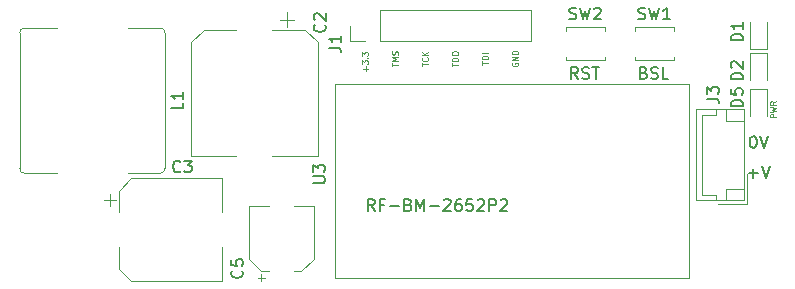
<source format=gbr>
G04 #@! TF.GenerationSoftware,KiCad,Pcbnew,(5.1.9)-1*
G04 #@! TF.CreationDate,2021-08-26T16:25:23+03:00*
G04 #@! TF.ProjectId,ZigbeeShild01,5a696762-6565-4536-9869-6c6430312e6b,rev?*
G04 #@! TF.SameCoordinates,Original*
G04 #@! TF.FileFunction,Legend,Top*
G04 #@! TF.FilePolarity,Positive*
%FSLAX46Y46*%
G04 Gerber Fmt 4.6, Leading zero omitted, Abs format (unit mm)*
G04 Created by KiCad (PCBNEW (5.1.9)-1) date 2021-08-26 16:25:23*
%MOMM*%
%LPD*%
G01*
G04 APERTURE LIST*
%ADD10C,0.150000*%
%ADD11C,0.125000*%
%ADD12C,0.120000*%
%ADD13C,0.100000*%
G04 APERTURE END LIST*
D10*
X43458476Y-47950380D02*
X43125142Y-47474190D01*
X42887047Y-47950380D02*
X42887047Y-46950380D01*
X43268000Y-46950380D01*
X43363238Y-46998000D01*
X43410857Y-47045619D01*
X43458476Y-47140857D01*
X43458476Y-47283714D01*
X43410857Y-47378952D01*
X43363238Y-47426571D01*
X43268000Y-47474190D01*
X42887047Y-47474190D01*
X44220380Y-47426571D02*
X43887047Y-47426571D01*
X43887047Y-47950380D02*
X43887047Y-46950380D01*
X44363238Y-46950380D01*
X44744190Y-47569428D02*
X45506095Y-47569428D01*
X46315619Y-47426571D02*
X46458476Y-47474190D01*
X46506095Y-47521809D01*
X46553714Y-47617047D01*
X46553714Y-47759904D01*
X46506095Y-47855142D01*
X46458476Y-47902761D01*
X46363238Y-47950380D01*
X45982285Y-47950380D01*
X45982285Y-46950380D01*
X46315619Y-46950380D01*
X46410857Y-46998000D01*
X46458476Y-47045619D01*
X46506095Y-47140857D01*
X46506095Y-47236095D01*
X46458476Y-47331333D01*
X46410857Y-47378952D01*
X46315619Y-47426571D01*
X45982285Y-47426571D01*
X46982285Y-47950380D02*
X46982285Y-46950380D01*
X47315619Y-47664666D01*
X47648952Y-46950380D01*
X47648952Y-47950380D01*
X48125142Y-47569428D02*
X48887047Y-47569428D01*
X49315619Y-47045619D02*
X49363238Y-46998000D01*
X49458476Y-46950380D01*
X49696571Y-46950380D01*
X49791809Y-46998000D01*
X49839428Y-47045619D01*
X49887047Y-47140857D01*
X49887047Y-47236095D01*
X49839428Y-47378952D01*
X49268000Y-47950380D01*
X49887047Y-47950380D01*
X50744190Y-46950380D02*
X50553714Y-46950380D01*
X50458476Y-46998000D01*
X50410857Y-47045619D01*
X50315619Y-47188476D01*
X50268000Y-47378952D01*
X50268000Y-47759904D01*
X50315619Y-47855142D01*
X50363238Y-47902761D01*
X50458476Y-47950380D01*
X50648952Y-47950380D01*
X50744190Y-47902761D01*
X50791809Y-47855142D01*
X50839428Y-47759904D01*
X50839428Y-47521809D01*
X50791809Y-47426571D01*
X50744190Y-47378952D01*
X50648952Y-47331333D01*
X50458476Y-47331333D01*
X50363238Y-47378952D01*
X50315619Y-47426571D01*
X50268000Y-47521809D01*
X51744190Y-46950380D02*
X51268000Y-46950380D01*
X51220380Y-47426571D01*
X51268000Y-47378952D01*
X51363238Y-47331333D01*
X51601333Y-47331333D01*
X51696571Y-47378952D01*
X51744190Y-47426571D01*
X51791809Y-47521809D01*
X51791809Y-47759904D01*
X51744190Y-47855142D01*
X51696571Y-47902761D01*
X51601333Y-47950380D01*
X51363238Y-47950380D01*
X51268000Y-47902761D01*
X51220380Y-47855142D01*
X52172761Y-47045619D02*
X52220380Y-46998000D01*
X52315619Y-46950380D01*
X52553714Y-46950380D01*
X52648952Y-46998000D01*
X52696571Y-47045619D01*
X52744190Y-47140857D01*
X52744190Y-47236095D01*
X52696571Y-47378952D01*
X52125142Y-47950380D01*
X52744190Y-47950380D01*
X53172761Y-47950380D02*
X53172761Y-46950380D01*
X53553714Y-46950380D01*
X53648952Y-46998000D01*
X53696571Y-47045619D01*
X53744190Y-47140857D01*
X53744190Y-47283714D01*
X53696571Y-47378952D01*
X53648952Y-47426571D01*
X53553714Y-47474190D01*
X53172761Y-47474190D01*
X54125142Y-47045619D02*
X54172761Y-46998000D01*
X54268000Y-46950380D01*
X54506095Y-46950380D01*
X54601333Y-46998000D01*
X54648952Y-47045619D01*
X54696571Y-47140857D01*
X54696571Y-47236095D01*
X54648952Y-47378952D01*
X54077523Y-47950380D01*
X54696571Y-47950380D01*
X75469809Y-41616380D02*
X75565047Y-41616380D01*
X75660285Y-41664000D01*
X75707904Y-41711619D01*
X75755523Y-41806857D01*
X75803142Y-41997333D01*
X75803142Y-42235428D01*
X75755523Y-42425904D01*
X75707904Y-42521142D01*
X75660285Y-42568761D01*
X75565047Y-42616380D01*
X75469809Y-42616380D01*
X75374571Y-42568761D01*
X75326952Y-42521142D01*
X75279333Y-42425904D01*
X75231714Y-42235428D01*
X75231714Y-41997333D01*
X75279333Y-41806857D01*
X75326952Y-41711619D01*
X75374571Y-41664000D01*
X75469809Y-41616380D01*
X76088857Y-41616380D02*
X76422190Y-42616380D01*
X76755523Y-41616380D01*
X75136476Y-44775428D02*
X75898380Y-44775428D01*
X75517428Y-45156380D02*
X75517428Y-44394476D01*
X76231714Y-44156380D02*
X76565047Y-45156380D01*
X76898380Y-44156380D01*
X66246476Y-36250571D02*
X66389333Y-36298190D01*
X66436952Y-36345809D01*
X66484571Y-36441047D01*
X66484571Y-36583904D01*
X66436952Y-36679142D01*
X66389333Y-36726761D01*
X66294095Y-36774380D01*
X65913142Y-36774380D01*
X65913142Y-35774380D01*
X66246476Y-35774380D01*
X66341714Y-35822000D01*
X66389333Y-35869619D01*
X66436952Y-35964857D01*
X66436952Y-36060095D01*
X66389333Y-36155333D01*
X66341714Y-36202952D01*
X66246476Y-36250571D01*
X65913142Y-36250571D01*
X66865523Y-36726761D02*
X67008380Y-36774380D01*
X67246476Y-36774380D01*
X67341714Y-36726761D01*
X67389333Y-36679142D01*
X67436952Y-36583904D01*
X67436952Y-36488666D01*
X67389333Y-36393428D01*
X67341714Y-36345809D01*
X67246476Y-36298190D01*
X67056000Y-36250571D01*
X66960761Y-36202952D01*
X66913142Y-36155333D01*
X66865523Y-36060095D01*
X66865523Y-35964857D01*
X66913142Y-35869619D01*
X66960761Y-35822000D01*
X67056000Y-35774380D01*
X67294095Y-35774380D01*
X67436952Y-35822000D01*
X68341714Y-36774380D02*
X67865523Y-36774380D01*
X67865523Y-35774380D01*
X60666380Y-36774380D02*
X60333047Y-36298190D01*
X60094952Y-36774380D02*
X60094952Y-35774380D01*
X60475904Y-35774380D01*
X60571142Y-35822000D01*
X60618761Y-35869619D01*
X60666380Y-35964857D01*
X60666380Y-36107714D01*
X60618761Y-36202952D01*
X60571142Y-36250571D01*
X60475904Y-36298190D01*
X60094952Y-36298190D01*
X61047333Y-36726761D02*
X61190190Y-36774380D01*
X61428285Y-36774380D01*
X61523523Y-36726761D01*
X61571142Y-36679142D01*
X61618761Y-36583904D01*
X61618761Y-36488666D01*
X61571142Y-36393428D01*
X61523523Y-36345809D01*
X61428285Y-36298190D01*
X61237809Y-36250571D01*
X61142571Y-36202952D01*
X61094952Y-36155333D01*
X61047333Y-36060095D01*
X61047333Y-35964857D01*
X61094952Y-35869619D01*
X61142571Y-35822000D01*
X61237809Y-35774380D01*
X61475904Y-35774380D01*
X61618761Y-35822000D01*
X61904476Y-35774380D02*
X62475904Y-35774380D01*
X62190190Y-36774380D02*
X62190190Y-35774380D01*
D11*
X77442190Y-40036666D02*
X76942190Y-40036666D01*
X76942190Y-39846190D01*
X76966000Y-39798571D01*
X76989809Y-39774761D01*
X77037428Y-39750952D01*
X77108857Y-39750952D01*
X77156476Y-39774761D01*
X77180285Y-39798571D01*
X77204095Y-39846190D01*
X77204095Y-40036666D01*
X76942190Y-39584285D02*
X77442190Y-39465238D01*
X77085047Y-39370000D01*
X77442190Y-39274761D01*
X76942190Y-39155714D01*
X77442190Y-38679523D02*
X77204095Y-38846190D01*
X77442190Y-38965238D02*
X76942190Y-38965238D01*
X76942190Y-38774761D01*
X76966000Y-38727142D01*
X76989809Y-38703333D01*
X77037428Y-38679523D01*
X77108857Y-38679523D01*
X77156476Y-38703333D01*
X77180285Y-38727142D01*
X77204095Y-38774761D01*
X77204095Y-38965238D01*
X55122000Y-35432952D02*
X55098190Y-35480571D01*
X55098190Y-35552000D01*
X55122000Y-35623428D01*
X55169619Y-35671047D01*
X55217238Y-35694857D01*
X55312476Y-35718666D01*
X55383904Y-35718666D01*
X55479142Y-35694857D01*
X55526761Y-35671047D01*
X55574380Y-35623428D01*
X55598190Y-35552000D01*
X55598190Y-35504380D01*
X55574380Y-35432952D01*
X55550571Y-35409142D01*
X55383904Y-35409142D01*
X55383904Y-35504380D01*
X55598190Y-35194857D02*
X55098190Y-35194857D01*
X55598190Y-34909142D01*
X55098190Y-34909142D01*
X55598190Y-34671047D02*
X55098190Y-34671047D01*
X55098190Y-34552000D01*
X55122000Y-34480571D01*
X55169619Y-34432952D01*
X55217238Y-34409142D01*
X55312476Y-34385333D01*
X55383904Y-34385333D01*
X55479142Y-34409142D01*
X55526761Y-34432952D01*
X55574380Y-34480571D01*
X55598190Y-34552000D01*
X55598190Y-34671047D01*
X52558190Y-35563904D02*
X52558190Y-35278190D01*
X53058190Y-35421047D02*
X52558190Y-35421047D01*
X53058190Y-35111523D02*
X52558190Y-35111523D01*
X52558190Y-34992476D01*
X52582000Y-34921047D01*
X52629619Y-34873428D01*
X52677238Y-34849619D01*
X52772476Y-34825809D01*
X52843904Y-34825809D01*
X52939142Y-34849619D01*
X52986761Y-34873428D01*
X53034380Y-34921047D01*
X53058190Y-34992476D01*
X53058190Y-35111523D01*
X53058190Y-34611523D02*
X52558190Y-34611523D01*
X50018190Y-35706761D02*
X50018190Y-35421047D01*
X50518190Y-35563904D02*
X50018190Y-35563904D01*
X50518190Y-35254380D02*
X50018190Y-35254380D01*
X50018190Y-35135333D01*
X50042000Y-35063904D01*
X50089619Y-35016285D01*
X50137238Y-34992476D01*
X50232476Y-34968666D01*
X50303904Y-34968666D01*
X50399142Y-34992476D01*
X50446761Y-35016285D01*
X50494380Y-35063904D01*
X50518190Y-35135333D01*
X50518190Y-35254380D01*
X50018190Y-34659142D02*
X50018190Y-34563904D01*
X50042000Y-34516285D01*
X50089619Y-34468666D01*
X50184857Y-34444857D01*
X50351523Y-34444857D01*
X50446761Y-34468666D01*
X50494380Y-34516285D01*
X50518190Y-34563904D01*
X50518190Y-34659142D01*
X50494380Y-34706761D01*
X50446761Y-34754380D01*
X50351523Y-34778190D01*
X50184857Y-34778190D01*
X50089619Y-34754380D01*
X50042000Y-34706761D01*
X50018190Y-34659142D01*
X47478190Y-35694857D02*
X47478190Y-35409142D01*
X47978190Y-35552000D02*
X47478190Y-35552000D01*
X47930571Y-34956761D02*
X47954380Y-34980571D01*
X47978190Y-35052000D01*
X47978190Y-35099619D01*
X47954380Y-35171047D01*
X47906761Y-35218666D01*
X47859142Y-35242476D01*
X47763904Y-35266285D01*
X47692476Y-35266285D01*
X47597238Y-35242476D01*
X47549619Y-35218666D01*
X47502000Y-35171047D01*
X47478190Y-35099619D01*
X47478190Y-35052000D01*
X47502000Y-34980571D01*
X47525809Y-34956761D01*
X47978190Y-34742476D02*
X47478190Y-34742476D01*
X47978190Y-34456761D02*
X47692476Y-34671047D01*
X47478190Y-34456761D02*
X47763904Y-34742476D01*
X44938190Y-35718666D02*
X44938190Y-35432952D01*
X45438190Y-35575809D02*
X44938190Y-35575809D01*
X45438190Y-35266285D02*
X44938190Y-35266285D01*
X45295333Y-35099619D01*
X44938190Y-34932952D01*
X45438190Y-34932952D01*
X45414380Y-34718666D02*
X45438190Y-34647238D01*
X45438190Y-34528190D01*
X45414380Y-34480571D01*
X45390571Y-34456761D01*
X45342952Y-34432952D01*
X45295333Y-34432952D01*
X45247714Y-34456761D01*
X45223904Y-34480571D01*
X45200095Y-34528190D01*
X45176285Y-34623428D01*
X45152476Y-34671047D01*
X45128666Y-34694857D01*
X45081047Y-34718666D01*
X45033428Y-34718666D01*
X44985809Y-34694857D01*
X44962000Y-34671047D01*
X44938190Y-34623428D01*
X44938190Y-34504380D01*
X44962000Y-34432952D01*
X42707714Y-36091714D02*
X42707714Y-35710761D01*
X42898190Y-35901238D02*
X42517238Y-35901238D01*
X42398190Y-35520285D02*
X42398190Y-35210761D01*
X42588666Y-35377428D01*
X42588666Y-35306000D01*
X42612476Y-35258380D01*
X42636285Y-35234571D01*
X42683904Y-35210761D01*
X42802952Y-35210761D01*
X42850571Y-35234571D01*
X42874380Y-35258380D01*
X42898190Y-35306000D01*
X42898190Y-35448857D01*
X42874380Y-35496476D01*
X42850571Y-35520285D01*
X42850571Y-34996476D02*
X42874380Y-34972666D01*
X42898190Y-34996476D01*
X42874380Y-35020285D01*
X42850571Y-34996476D01*
X42898190Y-34996476D01*
X42398190Y-34806000D02*
X42398190Y-34496476D01*
X42588666Y-34663142D01*
X42588666Y-34591714D01*
X42612476Y-34544095D01*
X42636285Y-34520285D01*
X42683904Y-34496476D01*
X42802952Y-34496476D01*
X42850571Y-34520285D01*
X42874380Y-34544095D01*
X42898190Y-34591714D01*
X42898190Y-34734571D01*
X42874380Y-34782190D01*
X42850571Y-34806000D01*
D12*
X75211000Y-37656500D02*
X75211000Y-39941500D01*
X76681000Y-37656500D02*
X75211000Y-37656500D01*
X76681000Y-39941500D02*
X76681000Y-37656500D01*
X41342000Y-33588000D02*
X41342000Y-32258000D01*
X42672000Y-33588000D02*
X41342000Y-33588000D01*
X43942000Y-33588000D02*
X43942000Y-30928000D01*
X43942000Y-30928000D02*
X56702000Y-30928000D01*
X43942000Y-33588000D02*
X56702000Y-33588000D01*
X56702000Y-33588000D02*
X56702000Y-30928000D01*
X62942000Y-32382000D02*
X62942000Y-32682000D01*
X59642000Y-32382000D02*
X62942000Y-32382000D01*
X59642000Y-32682000D02*
X59642000Y-32382000D01*
X62942000Y-35182000D02*
X62942000Y-34882000D01*
X59642000Y-35182000D02*
X62942000Y-35182000D01*
X59642000Y-34882000D02*
X59642000Y-35182000D01*
X68784000Y-32382000D02*
X68784000Y-32682000D01*
X65484000Y-32382000D02*
X68784000Y-32382000D01*
X65484000Y-32682000D02*
X65484000Y-32382000D01*
X68784000Y-35182000D02*
X68784000Y-34882000D01*
X65484000Y-35182000D02*
X68784000Y-35182000D01*
X65484000Y-34882000D02*
X65484000Y-35182000D01*
X75211000Y-34557500D02*
X75211000Y-36842500D01*
X76681000Y-34557500D02*
X75211000Y-34557500D01*
X76681000Y-36842500D02*
X76681000Y-34557500D01*
X76681000Y-34225500D02*
X76681000Y-31940500D01*
X75211000Y-34225500D02*
X76681000Y-34225500D01*
X75211000Y-31940500D02*
X75211000Y-34225500D01*
D13*
X70068500Y-37211000D02*
X70068500Y-53611000D01*
X40068500Y-37211000D02*
X40068500Y-53611000D01*
X40068500Y-53611000D02*
X70068500Y-53611000D01*
X40068500Y-37211000D02*
X70068500Y-37211000D01*
D12*
X33562500Y-53604500D02*
X34187500Y-53604500D01*
X33875000Y-53917000D02*
X33875000Y-53292000D01*
X37255563Y-53052000D02*
X38320000Y-51987563D01*
X33864437Y-53052000D02*
X32800000Y-51987563D01*
X33864437Y-53052000D02*
X34500000Y-53052000D01*
X37255563Y-53052000D02*
X36620000Y-53052000D01*
X38320000Y-51987563D02*
X38320000Y-47532000D01*
X32800000Y-51987563D02*
X32800000Y-47532000D01*
X32800000Y-47532000D02*
X34500000Y-47532000D01*
X38320000Y-47532000D02*
X36620000Y-47532000D01*
X25708000Y-32858000D02*
X25708000Y-44358000D01*
X25308000Y-32458000D02*
X22558000Y-32458000D01*
X13408000Y-44358000D02*
X13408000Y-32858000D01*
X25308000Y-44758000D02*
X22558000Y-44758000D01*
X16558000Y-32458000D02*
X13808000Y-32458000D01*
X16558000Y-44758000D02*
X13808000Y-44758000D01*
X25708000Y-44358000D02*
G75*
G02*
X25308000Y-44758000I-400000J0D01*
G01*
X13808000Y-44758000D02*
G75*
G02*
X13408000Y-44358000I0J400000D01*
G01*
X13408000Y-32858000D02*
G75*
G02*
X13808000Y-32458000I400000J0D01*
G01*
X25308000Y-32458000D02*
G75*
G02*
X25708000Y-32858000I0J-400000D01*
G01*
X70680000Y-47060000D02*
X74700000Y-47060000D01*
X74700000Y-47060000D02*
X74700000Y-39340000D01*
X74700000Y-39340000D02*
X70680000Y-39340000D01*
X70680000Y-39340000D02*
X70680000Y-47060000D01*
X72390000Y-47060000D02*
X72390000Y-46560000D01*
X72390000Y-46560000D02*
X71180000Y-46560000D01*
X71180000Y-46560000D02*
X71180000Y-39840000D01*
X71180000Y-39840000D02*
X72390000Y-39840000D01*
X72390000Y-39840000D02*
X72390000Y-39340000D01*
X73200000Y-47060000D02*
X73200000Y-46060000D01*
X73200000Y-46060000D02*
X74700000Y-46060000D01*
X73200000Y-39340000D02*
X73200000Y-40340000D01*
X73200000Y-40340000D02*
X74700000Y-40340000D01*
X72500000Y-47360000D02*
X75000000Y-47360000D01*
X75000000Y-47360000D02*
X75000000Y-44860000D01*
X30522000Y-53890000D02*
X30522000Y-51040000D01*
X30522000Y-45170000D02*
X30522000Y-48020000D01*
X22866437Y-45170000D02*
X30522000Y-45170000D01*
X22866437Y-53890000D02*
X30522000Y-53890000D01*
X21802000Y-52825563D02*
X21802000Y-51040000D01*
X21802000Y-46234437D02*
X21802000Y-48020000D01*
X21802000Y-46234437D02*
X22866437Y-45170000D01*
X21802000Y-52825563D02*
X22866437Y-53890000D01*
X20562000Y-47020000D02*
X21562000Y-47020000D01*
X21062000Y-46520000D02*
X21062000Y-47520000D01*
X27914000Y-43333000D02*
X31764000Y-43333000D01*
X38634000Y-43333000D02*
X34784000Y-43333000D01*
X38634000Y-33677437D02*
X38634000Y-43333000D01*
X27914000Y-33677437D02*
X27914000Y-43333000D01*
X28978437Y-32613000D02*
X31764000Y-32613000D01*
X37569563Y-32613000D02*
X34784000Y-32613000D01*
X37569563Y-32613000D02*
X38634000Y-33677437D01*
X28978437Y-32613000D02*
X27914000Y-33677437D01*
X36034000Y-31123000D02*
X36034000Y-32373000D01*
X36659000Y-31748000D02*
X35409000Y-31748000D01*
D10*
X74620380Y-39092095D02*
X73620380Y-39092095D01*
X73620380Y-38854000D01*
X73668000Y-38711142D01*
X73763238Y-38615904D01*
X73858476Y-38568285D01*
X74048952Y-38520666D01*
X74191809Y-38520666D01*
X74382285Y-38568285D01*
X74477523Y-38615904D01*
X74572761Y-38711142D01*
X74620380Y-38854000D01*
X74620380Y-39092095D01*
X73620380Y-37615904D02*
X73620380Y-38092095D01*
X74096571Y-38139714D01*
X74048952Y-38092095D01*
X74001333Y-37996857D01*
X74001333Y-37758761D01*
X74048952Y-37663523D01*
X74096571Y-37615904D01*
X74191809Y-37568285D01*
X74429904Y-37568285D01*
X74525142Y-37615904D01*
X74572761Y-37663523D01*
X74620380Y-37758761D01*
X74620380Y-37996857D01*
X74572761Y-38092095D01*
X74525142Y-38139714D01*
X39584380Y-34115333D02*
X40298666Y-34115333D01*
X40441523Y-34162952D01*
X40536761Y-34258190D01*
X40584380Y-34401047D01*
X40584380Y-34496285D01*
X40584380Y-33115333D02*
X40584380Y-33686761D01*
X40584380Y-33401047D02*
X39584380Y-33401047D01*
X39727238Y-33496285D01*
X39822476Y-33591523D01*
X39870095Y-33686761D01*
X59958666Y-31686761D02*
X60101523Y-31734380D01*
X60339619Y-31734380D01*
X60434857Y-31686761D01*
X60482476Y-31639142D01*
X60530095Y-31543904D01*
X60530095Y-31448666D01*
X60482476Y-31353428D01*
X60434857Y-31305809D01*
X60339619Y-31258190D01*
X60149142Y-31210571D01*
X60053904Y-31162952D01*
X60006285Y-31115333D01*
X59958666Y-31020095D01*
X59958666Y-30924857D01*
X60006285Y-30829619D01*
X60053904Y-30782000D01*
X60149142Y-30734380D01*
X60387238Y-30734380D01*
X60530095Y-30782000D01*
X60863428Y-30734380D02*
X61101523Y-31734380D01*
X61292000Y-31020095D01*
X61482476Y-31734380D01*
X61720571Y-30734380D01*
X62053904Y-30829619D02*
X62101523Y-30782000D01*
X62196761Y-30734380D01*
X62434857Y-30734380D01*
X62530095Y-30782000D01*
X62577714Y-30829619D01*
X62625333Y-30924857D01*
X62625333Y-31020095D01*
X62577714Y-31162952D01*
X62006285Y-31734380D01*
X62625333Y-31734380D01*
X65800666Y-31686761D02*
X65943523Y-31734380D01*
X66181619Y-31734380D01*
X66276857Y-31686761D01*
X66324476Y-31639142D01*
X66372095Y-31543904D01*
X66372095Y-31448666D01*
X66324476Y-31353428D01*
X66276857Y-31305809D01*
X66181619Y-31258190D01*
X65991142Y-31210571D01*
X65895904Y-31162952D01*
X65848285Y-31115333D01*
X65800666Y-31020095D01*
X65800666Y-30924857D01*
X65848285Y-30829619D01*
X65895904Y-30782000D01*
X65991142Y-30734380D01*
X66229238Y-30734380D01*
X66372095Y-30782000D01*
X66705428Y-30734380D02*
X66943523Y-31734380D01*
X67134000Y-31020095D01*
X67324476Y-31734380D01*
X67562571Y-30734380D01*
X68467333Y-31734380D02*
X67895904Y-31734380D01*
X68181619Y-31734380D02*
X68181619Y-30734380D01*
X68086380Y-30877238D01*
X67991142Y-30972476D01*
X67895904Y-31020095D01*
X74620380Y-36806095D02*
X73620380Y-36806095D01*
X73620380Y-36568000D01*
X73668000Y-36425142D01*
X73763238Y-36329904D01*
X73858476Y-36282285D01*
X74048952Y-36234666D01*
X74191809Y-36234666D01*
X74382285Y-36282285D01*
X74477523Y-36329904D01*
X74572761Y-36425142D01*
X74620380Y-36568000D01*
X74620380Y-36806095D01*
X73715619Y-35853714D02*
X73668000Y-35806095D01*
X73620380Y-35710857D01*
X73620380Y-35472761D01*
X73668000Y-35377523D01*
X73715619Y-35329904D01*
X73810857Y-35282285D01*
X73906095Y-35282285D01*
X74048952Y-35329904D01*
X74620380Y-35901333D01*
X74620380Y-35282285D01*
X74620380Y-33504095D02*
X73620380Y-33504095D01*
X73620380Y-33266000D01*
X73668000Y-33123142D01*
X73763238Y-33027904D01*
X73858476Y-32980285D01*
X74048952Y-32932666D01*
X74191809Y-32932666D01*
X74382285Y-32980285D01*
X74477523Y-33027904D01*
X74572761Y-33123142D01*
X74620380Y-33266000D01*
X74620380Y-33504095D01*
X74620380Y-31980285D02*
X74620380Y-32551714D01*
X74620380Y-32266000D02*
X73620380Y-32266000D01*
X73763238Y-32361238D01*
X73858476Y-32456476D01*
X73906095Y-32551714D01*
X38250880Y-45592904D02*
X39060404Y-45592904D01*
X39155642Y-45545285D01*
X39203261Y-45497666D01*
X39250880Y-45402428D01*
X39250880Y-45211952D01*
X39203261Y-45116714D01*
X39155642Y-45069095D01*
X39060404Y-45021476D01*
X38250880Y-45021476D01*
X38250880Y-44640523D02*
X38250880Y-44021476D01*
X38631833Y-44354809D01*
X38631833Y-44211952D01*
X38679452Y-44116714D01*
X38727071Y-44069095D01*
X38822309Y-44021476D01*
X39060404Y-44021476D01*
X39155642Y-44069095D01*
X39203261Y-44116714D01*
X39250880Y-44211952D01*
X39250880Y-44497666D01*
X39203261Y-44592904D01*
X39155642Y-44640523D01*
X32217142Y-52998666D02*
X32264761Y-53046285D01*
X32312380Y-53189142D01*
X32312380Y-53284380D01*
X32264761Y-53427238D01*
X32169523Y-53522476D01*
X32074285Y-53570095D01*
X31883809Y-53617714D01*
X31740952Y-53617714D01*
X31550476Y-53570095D01*
X31455238Y-53522476D01*
X31360000Y-53427238D01*
X31312380Y-53284380D01*
X31312380Y-53189142D01*
X31360000Y-53046285D01*
X31407619Y-52998666D01*
X31312380Y-52093904D02*
X31312380Y-52570095D01*
X31788571Y-52617714D01*
X31740952Y-52570095D01*
X31693333Y-52474857D01*
X31693333Y-52236761D01*
X31740952Y-52141523D01*
X31788571Y-52093904D01*
X31883809Y-52046285D01*
X32121904Y-52046285D01*
X32217142Y-52093904D01*
X32264761Y-52141523D01*
X32312380Y-52236761D01*
X32312380Y-52474857D01*
X32264761Y-52570095D01*
X32217142Y-52617714D01*
X27260380Y-38774666D02*
X27260380Y-39250857D01*
X26260380Y-39250857D01*
X27260380Y-37917523D02*
X27260380Y-38488952D01*
X27260380Y-38203238D02*
X26260380Y-38203238D01*
X26403238Y-38298476D01*
X26498476Y-38393714D01*
X26546095Y-38488952D01*
X71588380Y-38433333D02*
X72302666Y-38433333D01*
X72445523Y-38480952D01*
X72540761Y-38576190D01*
X72588380Y-38719047D01*
X72588380Y-38814285D01*
X71588380Y-38052380D02*
X71588380Y-37433333D01*
X71969333Y-37766666D01*
X71969333Y-37623809D01*
X72016952Y-37528571D01*
X72064571Y-37480952D01*
X72159809Y-37433333D01*
X72397904Y-37433333D01*
X72493142Y-37480952D01*
X72540761Y-37528571D01*
X72588380Y-37623809D01*
X72588380Y-37909523D01*
X72540761Y-38004761D01*
X72493142Y-38052380D01*
X27011333Y-44587142D02*
X26963714Y-44634761D01*
X26820857Y-44682380D01*
X26725619Y-44682380D01*
X26582761Y-44634761D01*
X26487523Y-44539523D01*
X26439904Y-44444285D01*
X26392285Y-44253809D01*
X26392285Y-44110952D01*
X26439904Y-43920476D01*
X26487523Y-43825238D01*
X26582761Y-43730000D01*
X26725619Y-43682380D01*
X26820857Y-43682380D01*
X26963714Y-43730000D01*
X27011333Y-43777619D01*
X27344666Y-43682380D02*
X27963714Y-43682380D01*
X27630380Y-44063333D01*
X27773238Y-44063333D01*
X27868476Y-44110952D01*
X27916095Y-44158571D01*
X27963714Y-44253809D01*
X27963714Y-44491904D01*
X27916095Y-44587142D01*
X27868476Y-44634761D01*
X27773238Y-44682380D01*
X27487523Y-44682380D01*
X27392285Y-44634761D01*
X27344666Y-44587142D01*
X39219142Y-32170666D02*
X39266761Y-32218285D01*
X39314380Y-32361142D01*
X39314380Y-32456380D01*
X39266761Y-32599238D01*
X39171523Y-32694476D01*
X39076285Y-32742095D01*
X38885809Y-32789714D01*
X38742952Y-32789714D01*
X38552476Y-32742095D01*
X38457238Y-32694476D01*
X38362000Y-32599238D01*
X38314380Y-32456380D01*
X38314380Y-32361142D01*
X38362000Y-32218285D01*
X38409619Y-32170666D01*
X38409619Y-31789714D02*
X38362000Y-31742095D01*
X38314380Y-31646857D01*
X38314380Y-31408761D01*
X38362000Y-31313523D01*
X38409619Y-31265904D01*
X38504857Y-31218285D01*
X38600095Y-31218285D01*
X38742952Y-31265904D01*
X39314380Y-31837333D01*
X39314380Y-31218285D01*
M02*

</source>
